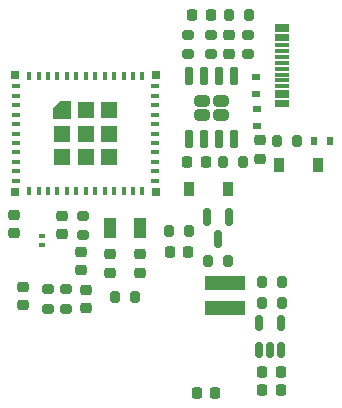
<source format=gbr>
%TF.GenerationSoftware,KiCad,Pcbnew,(6.0.2)*%
%TF.CreationDate,2022-10-11T17:03:13-04:00*%
%TF.ProjectId,ferrous_slime,66657272-6f75-4735-9f73-6c696d652e6b,v0.2.0*%
%TF.SameCoordinates,Original*%
%TF.FileFunction,Paste,Top*%
%TF.FilePolarity,Positive*%
%FSLAX46Y46*%
G04 Gerber Fmt 4.6, Leading zero omitted, Abs format (unit mm)*
G04 Created by KiCad (PCBNEW (6.0.2)) date 2022-10-11 17:03:13*
%MOMM*%
%LPD*%
G01*
G04 APERTURE LIST*
G04 Aperture macros list*
%AMRoundRect*
0 Rectangle with rounded corners*
0 $1 Rounding radius*
0 $2 $3 $4 $5 $6 $7 $8 $9 X,Y pos of 4 corners*
0 Add a 4 corners polygon primitive as box body*
4,1,4,$2,$3,$4,$5,$6,$7,$8,$9,$2,$3,0*
0 Add four circle primitives for the rounded corners*
1,1,$1+$1,$2,$3*
1,1,$1+$1,$4,$5*
1,1,$1+$1,$6,$7*
1,1,$1+$1,$8,$9*
0 Add four rect primitives between the rounded corners*
20,1,$1+$1,$2,$3,$4,$5,0*
20,1,$1+$1,$4,$5,$6,$7,0*
20,1,$1+$1,$6,$7,$8,$9,0*
20,1,$1+$1,$8,$9,$2,$3,0*%
%AMFreePoly0*
4,1,6,0.725000,-0.725000,-0.725000,-0.725000,-0.725000,0.125000,-0.125000,0.725000,0.725000,0.725000,0.725000,-0.725000,0.725000,-0.725000,$1*%
G04 Aperture macros list end*
%ADD10RoundRect,0.200000X-0.200000X-0.275000X0.200000X-0.275000X0.200000X0.275000X-0.200000X0.275000X0*%
%ADD11RoundRect,0.225000X0.225000X0.250000X-0.225000X0.250000X-0.225000X-0.250000X0.225000X-0.250000X0*%
%ADD12RoundRect,0.200000X-0.275000X0.200000X-0.275000X-0.200000X0.275000X-0.200000X0.275000X0.200000X0*%
%ADD13RoundRect,0.225000X-0.250000X0.225000X-0.250000X-0.225000X0.250000X-0.225000X0.250000X0.225000X0*%
%ADD14RoundRect,0.200000X0.275000X-0.200000X0.275000X0.200000X-0.275000X0.200000X-0.275000X-0.200000X0*%
%ADD15RoundRect,0.218750X-0.218750X-0.256250X0.218750X-0.256250X0.218750X0.256250X-0.218750X0.256250X0*%
%ADD16RoundRect,0.150000X-0.150000X0.587500X-0.150000X-0.587500X0.150000X-0.587500X0.150000X0.587500X0*%
%ADD17R,0.900000X1.200000*%
%ADD18RoundRect,0.200000X0.200000X0.275000X-0.200000X0.275000X-0.200000X-0.275000X0.200000X-0.275000X0*%
%ADD19R,1.000000X1.800000*%
%ADD20RoundRect,0.150000X0.150000X-0.512500X0.150000X0.512500X-0.150000X0.512500X-0.150000X-0.512500X0*%
%ADD21RoundRect,0.225000X0.250000X-0.225000X0.250000X0.225000X-0.250000X0.225000X-0.250000X-0.225000X0*%
%ADD22RoundRect,0.218750X-0.256250X0.218750X-0.256250X-0.218750X0.256250X-0.218750X0.256250X0.218750X0*%
%ADD23R,0.700000X0.600000*%
%ADD24R,0.800000X0.400000*%
%ADD25R,0.400000X0.800000*%
%ADD26R,0.700000X0.700000*%
%ADD27R,1.450000X1.450000*%
%ADD28FreePoly0,0.000000*%
%ADD29R,1.150000X0.300000*%
%ADD30RoundRect,0.225000X-0.225000X-0.250000X0.225000X-0.250000X0.225000X0.250000X-0.225000X0.250000X0*%
%ADD31R,0.600000X0.700000*%
%ADD32RoundRect,0.150000X0.150000X-0.650000X0.150000X0.650000X-0.150000X0.650000X-0.150000X-0.650000X0*%
%ADD33RoundRect,0.242500X0.402500X-0.242500X0.402500X0.242500X-0.402500X0.242500X-0.402500X-0.242500X0*%
%ADD34R,0.560000X0.400000*%
%ADD35R,3.400000X1.300000*%
G04 APERTURE END LIST*
D10*
%TO.C,R11*%
X89091000Y-53540990D03*
X90741000Y-53540990D03*
%TD*%
D11*
%TO.C,C10*%
X85103000Y-62939000D03*
X83553000Y-62939000D03*
%TD*%
D12*
%TO.C,R10*%
X70993000Y-54166000D03*
X70993000Y-55816000D03*
%TD*%
D10*
%TO.C,R3*%
X76645000Y-54811000D03*
X78295000Y-54811000D03*
%TD*%
D13*
%TO.C,C3*%
X73787000Y-51041000D03*
X73787000Y-52591000D03*
%TD*%
D14*
%TO.C,R9*%
X72517000Y-55816000D03*
X72517000Y-54166000D03*
%TD*%
%TO.C,R5*%
X82804000Y-34299990D03*
X82804000Y-32649990D03*
%TD*%
D15*
%TO.C,D5*%
X82778500Y-43381000D03*
X84353500Y-43381000D03*
%TD*%
%TO.C,D3*%
X83193500Y-30935000D03*
X84768500Y-30935000D03*
%TD*%
D10*
%TO.C,R7*%
X81217000Y-49276000D03*
X82867000Y-49276000D03*
%TD*%
D16*
%TO.C,Q1*%
X86294000Y-48031490D03*
X84394000Y-48031490D03*
X85344000Y-49906490D03*
%TD*%
D17*
%TO.C,D2*%
X82932000Y-45667000D03*
X86232000Y-45667000D03*
%TD*%
D18*
%TO.C,R4*%
X86169000Y-51763000D03*
X84519000Y-51763000D03*
%TD*%
D11*
%TO.C,C9*%
X82817000Y-51001000D03*
X81267000Y-51001000D03*
%TD*%
D13*
%TO.C,C5*%
X68834000Y-53962000D03*
X68834000Y-55512000D03*
%TD*%
D19*
%TO.C,Y1*%
X76220000Y-48968990D03*
X78720000Y-48968990D03*
%TD*%
D20*
%TO.C,U4*%
X88796622Y-59303500D03*
X89746622Y-59303500D03*
X90696622Y-59303500D03*
X90696622Y-57028500D03*
X88796622Y-57028500D03*
%TD*%
D10*
%TO.C,R12*%
X89091000Y-55319000D03*
X90741000Y-55319000D03*
%TD*%
D21*
%TO.C,C1*%
X74168000Y-55766000D03*
X74168000Y-54216000D03*
%TD*%
D14*
%TO.C,R8*%
X87884000Y-34290008D03*
X87884000Y-32640008D03*
%TD*%
D22*
%TO.C,D4*%
X86267011Y-32661989D03*
X86267011Y-34236989D03*
%TD*%
D23*
%TO.C,D7*%
X88552173Y-37611489D03*
X88552173Y-36211489D03*
%TD*%
%TO.C,D6*%
X88646000Y-38924000D03*
X88646000Y-40324000D03*
%TD*%
D17*
%TO.C,D8*%
X90552000Y-43634990D03*
X93852000Y-43634990D03*
%TD*%
D24*
%TO.C,U2*%
X68268000Y-37004007D03*
X68268000Y-37804007D03*
X68268000Y-38604007D03*
X68268000Y-39404007D03*
X68268000Y-40204007D03*
X68268000Y-41004007D03*
X68268000Y-41804007D03*
X68268000Y-42604007D03*
X68268000Y-43404007D03*
X68268000Y-44204007D03*
X68268000Y-45004007D03*
D25*
X69368000Y-45904007D03*
X70168000Y-45904007D03*
X70968000Y-45904007D03*
X71768000Y-45904007D03*
X72568000Y-45904007D03*
X73368000Y-45904007D03*
X74168000Y-45904007D03*
X74968000Y-45904007D03*
X75768000Y-45904007D03*
X76568000Y-45904007D03*
X77368000Y-45904007D03*
X78168000Y-45904007D03*
X78968000Y-45904007D03*
D24*
X80068000Y-45004007D03*
X80068000Y-44204007D03*
X80068000Y-43404007D03*
X80068000Y-42604007D03*
X80068000Y-41804007D03*
X80068000Y-41004007D03*
X80068000Y-40204007D03*
X80068000Y-39404007D03*
X80068000Y-38604007D03*
X80068000Y-37804007D03*
X80068000Y-37004007D03*
D25*
X74968000Y-36104007D03*
X73368000Y-36104007D03*
D26*
X68218000Y-45954007D03*
D27*
X76143000Y-42979007D03*
X74168000Y-41004007D03*
D25*
X74168000Y-36104007D03*
X70968000Y-36104007D03*
D27*
X74168000Y-42979007D03*
X76143000Y-39029007D03*
D26*
X80118000Y-36054007D03*
D28*
X72193000Y-39029007D03*
D26*
X80118000Y-45954007D03*
D25*
X76568000Y-36104007D03*
D26*
X68218000Y-36054007D03*
D27*
X72193000Y-42979007D03*
X76143000Y-41004007D03*
X72193000Y-41054007D03*
X74168000Y-39029007D03*
D25*
X78968000Y-36104007D03*
X70168000Y-36104007D03*
X69368000Y-36104007D03*
X78168000Y-36104007D03*
X75768000Y-36104007D03*
X71768000Y-36104007D03*
X72568000Y-36104007D03*
X77368000Y-36104007D03*
%TD*%
D29*
%TO.C,J4*%
X90818000Y-38302990D03*
X90818000Y-37502990D03*
X90818000Y-37002990D03*
X90818000Y-36002990D03*
X90818000Y-34502990D03*
X90818000Y-33502990D03*
X90818000Y-33002990D03*
X90818000Y-32202990D03*
X90818000Y-31902990D03*
X90818000Y-32702990D03*
X90818000Y-34002990D03*
X90818000Y-35002990D03*
X90818000Y-35502990D03*
X90818000Y-36502990D03*
X90818000Y-37802990D03*
X90818000Y-38602990D03*
%TD*%
D30*
%TO.C,C12*%
X89127995Y-62684990D03*
X90677995Y-62684990D03*
%TD*%
D31*
%TO.C,D9*%
X93471999Y-41602990D03*
X94871999Y-41602990D03*
%TD*%
D14*
%TO.C,R1*%
X73914000Y-49593000D03*
X73914000Y-47943000D03*
%TD*%
D32*
%TO.C,U3*%
X82931000Y-36158990D03*
X84201000Y-36158990D03*
X85471000Y-36158990D03*
X86741000Y-36158990D03*
X86741000Y-41458990D03*
X85471000Y-41458990D03*
X84201000Y-41458990D03*
X82931000Y-41458990D03*
D33*
X85636000Y-38208990D03*
X84036000Y-38208990D03*
X84036000Y-39408990D03*
X85636000Y-39408990D03*
%TD*%
D18*
%TO.C,R13*%
X87947000Y-30934990D03*
X86297000Y-30934990D03*
%TD*%
D14*
%TO.C,R6*%
X84743000Y-34300000D03*
X84743000Y-32650000D03*
%TD*%
D30*
%TO.C,C11*%
X89127995Y-61160990D03*
X90677995Y-61160990D03*
%TD*%
D13*
%TO.C,C4*%
X68072000Y-47866000D03*
X68072000Y-49416000D03*
%TD*%
D21*
%TO.C,C6*%
X76200000Y-52792000D03*
X76200000Y-51242000D03*
%TD*%
D13*
%TO.C,C2*%
X72136000Y-47993000D03*
X72136000Y-49543000D03*
%TD*%
D18*
%TO.C,R2*%
X87439000Y-43380990D03*
X85789000Y-43380990D03*
%TD*%
D34*
%TO.C,D1*%
X70485000Y-50438000D03*
X70485000Y-49638000D03*
%TD*%
D35*
%TO.C,L1*%
X85979000Y-55787000D03*
X85979000Y-53687000D03*
%TD*%
D21*
%TO.C,C7*%
X78740000Y-52792000D03*
X78740000Y-51242000D03*
%TD*%
D10*
%TO.C,R14*%
X90361000Y-41603000D03*
X92011000Y-41603000D03*
%TD*%
D13*
%TO.C,C8*%
X88900000Y-41590000D03*
X88900000Y-43140000D03*
%TD*%
M02*

</source>
